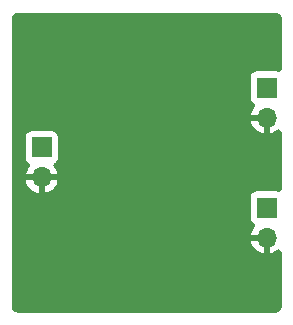
<source format=gbr>
%TF.GenerationSoftware,KiCad,Pcbnew,6.0.2+dfsg-1*%
%TF.CreationDate,2023-01-01T10:44:38-05:00*%
%TF.ProjectId,LM317,4c4d3331-372e-46b6-9963-61645f706362,rev?*%
%TF.SameCoordinates,Original*%
%TF.FileFunction,Copper,L2,Bot*%
%TF.FilePolarity,Positive*%
%FSLAX46Y46*%
G04 Gerber Fmt 4.6, Leading zero omitted, Abs format (unit mm)*
G04 Created by KiCad (PCBNEW 6.0.2+dfsg-1) date 2023-01-01 10:44:38*
%MOMM*%
%LPD*%
G01*
G04 APERTURE LIST*
%TA.AperFunction,ComponentPad*%
%ADD10R,1.700000X1.700000*%
%TD*%
%TA.AperFunction,ComponentPad*%
%ADD11O,1.700000X1.700000*%
%TD*%
%TA.AperFunction,ViaPad*%
%ADD12C,0.800000*%
%TD*%
G04 APERTURE END LIST*
D10*
%TO.P,J3,1,Pin_1*%
%TO.N,+3V3*%
X104140000Y-66040000D03*
D11*
%TO.P,J3,2,Pin_2*%
%TO.N,GND*%
X104140000Y-68580000D03*
%TD*%
D10*
%TO.P,J2,1,Pin_1*%
%TO.N,+5V*%
X104140000Y-55880000D03*
D11*
%TO.P,J2,2,Pin_2*%
%TO.N,GND*%
X104140000Y-58420000D03*
%TD*%
D10*
%TO.P,J1,1,Pin_1*%
%TO.N,+12V*%
X85090000Y-60955000D03*
D11*
%TO.P,J1,2,Pin_2*%
%TO.N,GND*%
X85090000Y-63495000D03*
%TD*%
D12*
%TO.N,GND*%
X92075000Y-62865000D03*
X92075000Y-50165000D03*
%TD*%
%TA.AperFunction,Conductor*%
%TO.N,GND*%
G36*
X104918431Y-49532163D02*
G01*
X105000463Y-49542963D01*
X105064250Y-49560055D01*
X105104996Y-49576932D01*
X105125230Y-49585314D01*
X105182427Y-49618338D01*
X105234786Y-49658515D01*
X105281485Y-49705214D01*
X105321662Y-49757573D01*
X105354686Y-49814770D01*
X105379944Y-49875747D01*
X105397037Y-49939537D01*
X105407837Y-50021569D01*
X105410000Y-50054580D01*
X105410000Y-54283716D01*
X105390742Y-54380535D01*
X105335898Y-54462614D01*
X105253819Y-54517458D01*
X105157000Y-54536716D01*
X105107360Y-54530896D01*
X105100316Y-54528255D01*
X105082069Y-54526273D01*
X105044950Y-54522240D01*
X105044942Y-54522240D01*
X105038134Y-54521500D01*
X103241866Y-54521500D01*
X103235058Y-54522240D01*
X103235050Y-54522240D01*
X103195458Y-54526541D01*
X103195455Y-54526542D01*
X103179684Y-54528255D01*
X103111396Y-54553855D01*
X103060174Y-54573057D01*
X103060172Y-54573058D01*
X103043295Y-54579385D01*
X103028874Y-54590193D01*
X103028872Y-54590194D01*
X102941160Y-54655931D01*
X102926739Y-54666739D01*
X102839385Y-54783295D01*
X102788255Y-54919684D01*
X102781500Y-54981866D01*
X102781500Y-56778134D01*
X102788255Y-56840316D01*
X102839385Y-56976705D01*
X102926739Y-57093261D01*
X102941160Y-57104069D01*
X103043295Y-57180615D01*
X103041556Y-57182935D01*
X103095910Y-57228460D01*
X103141571Y-57315981D01*
X103150263Y-57414313D01*
X103120664Y-57508487D01*
X103093377Y-57545787D01*
X103094726Y-57546879D01*
X103075168Y-57571031D01*
X102961030Y-57738351D01*
X102950807Y-57756347D01*
X102865532Y-57940057D01*
X102858383Y-57959487D01*
X102804969Y-58152092D01*
X102805889Y-58162329D01*
X102817633Y-58166000D01*
X104141000Y-58166000D01*
X104237819Y-58185258D01*
X104319898Y-58240102D01*
X104374742Y-58322181D01*
X104394000Y-58419000D01*
X104394000Y-59731714D01*
X104398134Y-59752498D01*
X104409157Y-59754690D01*
X104413015Y-59754196D01*
X104433255Y-59749894D01*
X104627253Y-59691691D01*
X104646525Y-59684139D01*
X104828413Y-59595033D01*
X104846190Y-59584436D01*
X105010083Y-59467533D01*
X105100089Y-59426989D01*
X105198758Y-59423975D01*
X105291071Y-59458949D01*
X105362972Y-59526588D01*
X105403516Y-59616594D01*
X105410000Y-59673505D01*
X105410000Y-64443716D01*
X105390742Y-64540535D01*
X105335898Y-64622614D01*
X105253819Y-64677458D01*
X105157000Y-64696716D01*
X105107360Y-64690896D01*
X105100316Y-64688255D01*
X105082069Y-64686273D01*
X105044950Y-64682240D01*
X105044942Y-64682240D01*
X105038134Y-64681500D01*
X103241866Y-64681500D01*
X103235058Y-64682240D01*
X103235050Y-64682240D01*
X103195458Y-64686541D01*
X103195455Y-64686542D01*
X103179684Y-64688255D01*
X103111396Y-64713855D01*
X103060174Y-64733057D01*
X103060172Y-64733058D01*
X103043295Y-64739385D01*
X103028874Y-64750193D01*
X103028872Y-64750194D01*
X102954922Y-64805617D01*
X102926739Y-64826739D01*
X102839385Y-64943295D01*
X102788255Y-65079684D01*
X102781500Y-65141866D01*
X102781500Y-66938134D01*
X102788255Y-67000316D01*
X102839385Y-67136705D01*
X102926739Y-67253261D01*
X102941160Y-67264069D01*
X103043295Y-67340615D01*
X103041556Y-67342935D01*
X103095910Y-67388460D01*
X103141571Y-67475981D01*
X103150263Y-67574313D01*
X103120664Y-67668487D01*
X103093377Y-67705787D01*
X103094726Y-67706879D01*
X103075168Y-67731031D01*
X102961030Y-67898351D01*
X102950807Y-67916347D01*
X102865532Y-68100057D01*
X102858383Y-68119487D01*
X102804969Y-68312092D01*
X102805889Y-68322329D01*
X102817633Y-68326000D01*
X104141000Y-68326000D01*
X104237819Y-68345258D01*
X104319898Y-68400102D01*
X104374742Y-68482181D01*
X104394000Y-68579000D01*
X104394000Y-69891714D01*
X104398134Y-69912498D01*
X104409157Y-69914690D01*
X104413015Y-69914196D01*
X104433255Y-69909894D01*
X104627253Y-69851691D01*
X104646525Y-69844139D01*
X104828413Y-69755033D01*
X104846190Y-69744436D01*
X105010083Y-69627533D01*
X105100089Y-69586989D01*
X105198758Y-69583975D01*
X105291071Y-69618949D01*
X105362972Y-69686588D01*
X105403516Y-69776594D01*
X105410000Y-69833505D01*
X105410000Y-74405420D01*
X105407837Y-74438431D01*
X105397037Y-74520463D01*
X105379944Y-74584253D01*
X105354686Y-74645230D01*
X105321662Y-74702427D01*
X105281485Y-74754786D01*
X105234786Y-74801485D01*
X105182427Y-74841662D01*
X105125230Y-74874686D01*
X105104996Y-74883068D01*
X105064250Y-74899945D01*
X105000463Y-74917037D01*
X104918431Y-74927837D01*
X104885420Y-74930000D01*
X83074580Y-74930000D01*
X83041569Y-74927837D01*
X82959537Y-74917037D01*
X82895750Y-74899945D01*
X82855004Y-74883068D01*
X82834770Y-74874686D01*
X82777573Y-74841662D01*
X82725214Y-74801485D01*
X82678515Y-74754786D01*
X82638338Y-74702427D01*
X82605314Y-74645230D01*
X82580056Y-74584253D01*
X82562963Y-74520463D01*
X82552163Y-74438431D01*
X82550000Y-74405420D01*
X82550000Y-68844943D01*
X102807890Y-68844943D01*
X102808196Y-68847694D01*
X102837418Y-68977359D01*
X102843608Y-68997110D01*
X102919808Y-69184772D01*
X102929138Y-69203241D01*
X103034965Y-69375936D01*
X103047190Y-69392639D01*
X103179802Y-69545730D01*
X103194594Y-69560215D01*
X103350424Y-69689588D01*
X103367378Y-69701459D01*
X103542258Y-69803651D01*
X103560912Y-69812588D01*
X103750135Y-69884845D01*
X103770003Y-69890617D01*
X103861580Y-69909249D01*
X103882774Y-69909341D01*
X103885982Y-69901690D01*
X103886000Y-69901512D01*
X103886000Y-68858918D01*
X103881866Y-68838134D01*
X103861082Y-68834000D01*
X102830028Y-68834000D01*
X102809244Y-68838134D01*
X102807890Y-68844943D01*
X82550000Y-68844943D01*
X82550000Y-63759943D01*
X83757890Y-63759943D01*
X83758196Y-63762694D01*
X83787418Y-63892359D01*
X83793608Y-63912110D01*
X83869808Y-64099772D01*
X83879138Y-64118241D01*
X83984965Y-64290936D01*
X83997190Y-64307639D01*
X84129802Y-64460730D01*
X84144594Y-64475215D01*
X84300424Y-64604588D01*
X84317378Y-64616459D01*
X84492258Y-64718651D01*
X84510912Y-64727588D01*
X84700135Y-64799845D01*
X84720003Y-64805617D01*
X84811580Y-64824249D01*
X84832774Y-64824341D01*
X84835982Y-64816690D01*
X84836000Y-64816512D01*
X84836000Y-64806714D01*
X85344000Y-64806714D01*
X85348134Y-64827498D01*
X85359157Y-64829690D01*
X85363015Y-64829196D01*
X85383255Y-64824894D01*
X85577253Y-64766691D01*
X85596525Y-64759139D01*
X85778413Y-64670033D01*
X85796190Y-64659436D01*
X85961079Y-64541822D01*
X85976896Y-64528456D01*
X86120361Y-64385490D01*
X86133769Y-64369735D01*
X86251963Y-64205250D01*
X86262622Y-64187511D01*
X86352363Y-64005935D01*
X86359982Y-63986692D01*
X86418861Y-63792901D01*
X86423079Y-63773392D01*
X86421713Y-63752559D01*
X86411228Y-63749000D01*
X85368918Y-63749000D01*
X85348134Y-63753134D01*
X85344000Y-63773918D01*
X85344000Y-64806714D01*
X84836000Y-64806714D01*
X84836000Y-63773918D01*
X84831866Y-63753134D01*
X84811082Y-63749000D01*
X83780028Y-63749000D01*
X83759244Y-63753134D01*
X83757890Y-63759943D01*
X82550000Y-63759943D01*
X82550000Y-61853134D01*
X83731500Y-61853134D01*
X83738255Y-61915316D01*
X83789385Y-62051705D01*
X83876739Y-62168261D01*
X83891160Y-62179069D01*
X83993295Y-62255615D01*
X83991556Y-62257935D01*
X84045910Y-62303460D01*
X84091571Y-62390981D01*
X84100263Y-62489313D01*
X84070664Y-62583487D01*
X84043377Y-62620787D01*
X84044726Y-62621879D01*
X84025168Y-62646031D01*
X83911030Y-62813351D01*
X83900807Y-62831347D01*
X83815532Y-63015057D01*
X83808383Y-63034487D01*
X83754969Y-63227092D01*
X83755889Y-63237329D01*
X83767633Y-63241000D01*
X86401541Y-63241000D01*
X86422325Y-63236866D01*
X86423370Y-63231611D01*
X86422662Y-63225882D01*
X86382485Y-63065936D01*
X86375813Y-63046338D01*
X86295053Y-62860601D01*
X86285272Y-62842359D01*
X86175259Y-62672304D01*
X86162630Y-62655905D01*
X86142124Y-62633370D01*
X86091208Y-62548799D01*
X86076531Y-62451181D01*
X86100328Y-62355376D01*
X86158977Y-62275971D01*
X86186987Y-62255991D01*
X86186705Y-62255615D01*
X86288840Y-62179069D01*
X86303261Y-62168261D01*
X86390615Y-62051705D01*
X86441745Y-61915316D01*
X86448500Y-61853134D01*
X86448500Y-60056866D01*
X86441745Y-59994684D01*
X86390615Y-59858295D01*
X86303261Y-59741739D01*
X86288421Y-59730617D01*
X86201128Y-59665194D01*
X86201126Y-59665193D01*
X86186705Y-59654385D01*
X86169828Y-59648058D01*
X86169826Y-59648057D01*
X86118604Y-59628855D01*
X86050316Y-59603255D01*
X86034545Y-59601542D01*
X86034542Y-59601541D01*
X85994950Y-59597240D01*
X85994942Y-59597240D01*
X85988134Y-59596500D01*
X84191866Y-59596500D01*
X84185058Y-59597240D01*
X84185050Y-59597240D01*
X84145458Y-59601541D01*
X84145455Y-59601542D01*
X84129684Y-59603255D01*
X84061396Y-59628855D01*
X84010174Y-59648057D01*
X84010172Y-59648058D01*
X83993295Y-59654385D01*
X83978874Y-59665193D01*
X83978872Y-59665194D01*
X83891579Y-59730617D01*
X83876739Y-59741739D01*
X83789385Y-59858295D01*
X83738255Y-59994684D01*
X83731500Y-60056866D01*
X83731500Y-61853134D01*
X82550000Y-61853134D01*
X82550000Y-58684943D01*
X102807890Y-58684943D01*
X102808196Y-58687694D01*
X102837418Y-58817359D01*
X102843608Y-58837110D01*
X102919808Y-59024772D01*
X102929138Y-59043241D01*
X103034965Y-59215936D01*
X103047190Y-59232639D01*
X103179802Y-59385730D01*
X103194594Y-59400215D01*
X103350424Y-59529588D01*
X103367378Y-59541459D01*
X103542258Y-59643651D01*
X103560912Y-59652588D01*
X103750135Y-59724845D01*
X103770003Y-59730617D01*
X103861580Y-59749249D01*
X103882774Y-59749341D01*
X103885982Y-59741690D01*
X103886000Y-59741512D01*
X103886000Y-58698918D01*
X103881866Y-58678134D01*
X103861082Y-58674000D01*
X102830028Y-58674000D01*
X102809244Y-58678134D01*
X102807890Y-58684943D01*
X82550000Y-58684943D01*
X82550000Y-50054580D01*
X82552163Y-50021569D01*
X82562963Y-49939537D01*
X82580056Y-49875747D01*
X82605314Y-49814770D01*
X82638338Y-49757573D01*
X82678515Y-49705214D01*
X82725214Y-49658515D01*
X82777573Y-49618338D01*
X82834770Y-49585314D01*
X82855004Y-49576932D01*
X82895750Y-49560055D01*
X82959537Y-49542963D01*
X83041569Y-49532163D01*
X83074580Y-49530000D01*
X104885420Y-49530000D01*
X104918431Y-49532163D01*
G37*
%TD.AperFunction*%
%TD*%
M02*

</source>
